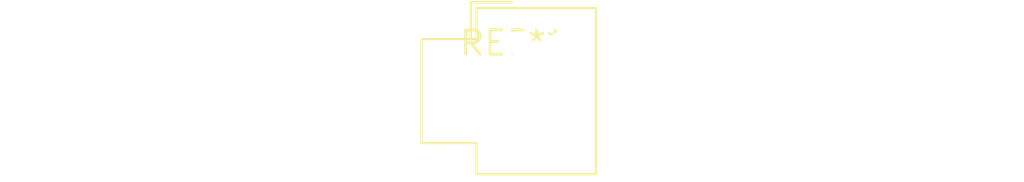
<source format=kicad_pcb>
(kicad_pcb (version 20240108) (generator pcbnew)
  (layers (0 "F.Cu" signal) (31 "B.Cu" signal) (34 "B.Paste" user) (35 "F.Paste" user) (36 "B.SilkS" user "B.Silkscreen") (37 "F.SilkS" user "F.Silkscreen") (38 "B.Mask" user) (39 "F.Mask" user) (44 "Edge.Cuts" user))
  (net 0 "")
  (footprint "Molex_Nano-Fit_105310-xx06_2x03_P2.50mm_Vertical" (layer "F.Cu") (at 0 0)
    (property "Reference" "REF**")
    (property "Value" "Molex_Nano-Fit_105310-xx06_2x03_P2.50mm_Vertical")
    (fp_line (start -4.71 -0.21) (end -4.71 2.5) (layer "F.SilkS") (stroke (width 0.12)))
    (fp_line (start -4.71 5.21) (end -4.71 2.5) (layer "F.SilkS") (stroke (width 0.12)))
    (fp_line (start -2.15 -2.13) (end -2.15 -0.21) (layer "F.SilkS") (stroke (width 0.12)))
    (fp_line (start -1.85 -1.83) (end -1.85 -0.21) (layer "F.SilkS") (stroke (width 0.12)))
    (fp_line (start -1.85 -0.21) (end -4.71 -0.21) (layer "F.SilkS") (stroke (width 0.12)))
    (fp_line (start -1.85 5.21) (end -4.71 5.21) (layer "F.SilkS") (stroke (width 0.12)))
    (fp_line (start -1.85 6.83) (end -1.85 5.21) (layer "F.SilkS") (stroke (width 0.12)))
    (fp_line (start 0 -2.13) (end -2.15 -2.13) (layer "F.SilkS") (stroke (width 0.12)))
    (fp_line (start 4.35 -1.83) (end -1.85 -1.83) (layer "F.SilkS") (stroke (width 0.12)))
    (fp_line (start 4.35 2.5) (end 4.35 -1.83) (layer "F.SilkS") (stroke (width 0.12)))
    (fp_line (start 4.35 2.5) (end 4.35 6.83) (layer "F.SilkS") (stroke (width 0.12)))
    (fp_line (start 4.35 6.83) (end -1.85 6.83) (layer "F.SilkS") (stroke (width 0.12)))
    (pad "" np_thru_hole circle (at -1.34 1.25) (size 1.3 1.3) (drill 1.3) (layers *.Cu *.Mask))
    (pad "1" thru_hole custom (at 0 0) (size 1.417157 1.417157) (drill 1.2) (layers *.Cu *.Mask) (remove_unused_layers) (options (clearance outline) (anchor circle)) (primitives (gr_poly (pts (xy 0.6 0.6) (xy -0.2 0.6) (xy -0.6 0.2) (xy -0.6 -0.6) (xy 0.6 -0.6)) (width 0.5) (fill yes))))
    (pad "2" thru_hole circle (at 0 2.5) (size 1.7 1.7) (drill 1.2) (layers *.Cu *.Mask) (remove_unused_layers))
    (pad "3" thru_hole circle (at 0 5) (size 1.7 1.7) (drill 1.2) (layers *.Cu *.Mask) (remove_unused_layers))
    (pad "4" thru_hole circle (at 2.5 0) (size 1.7 1.7) (drill 1.2) (layers *.Cu *.Mask) (remove_unused_layers))
    (pad "5" thru_hole circle (at 2.5 2.5) (size 1.7 1.7) (drill 1.2) (layers *.Cu *.Mask) (remove_unused_layers))
    (pad "6" thru_hole circle (at 2.5 5) (size 1.7 1.7) (drill 1.2) (layers *.Cu *.Mask) (remove_unused_layers))
  )
)
</source>
